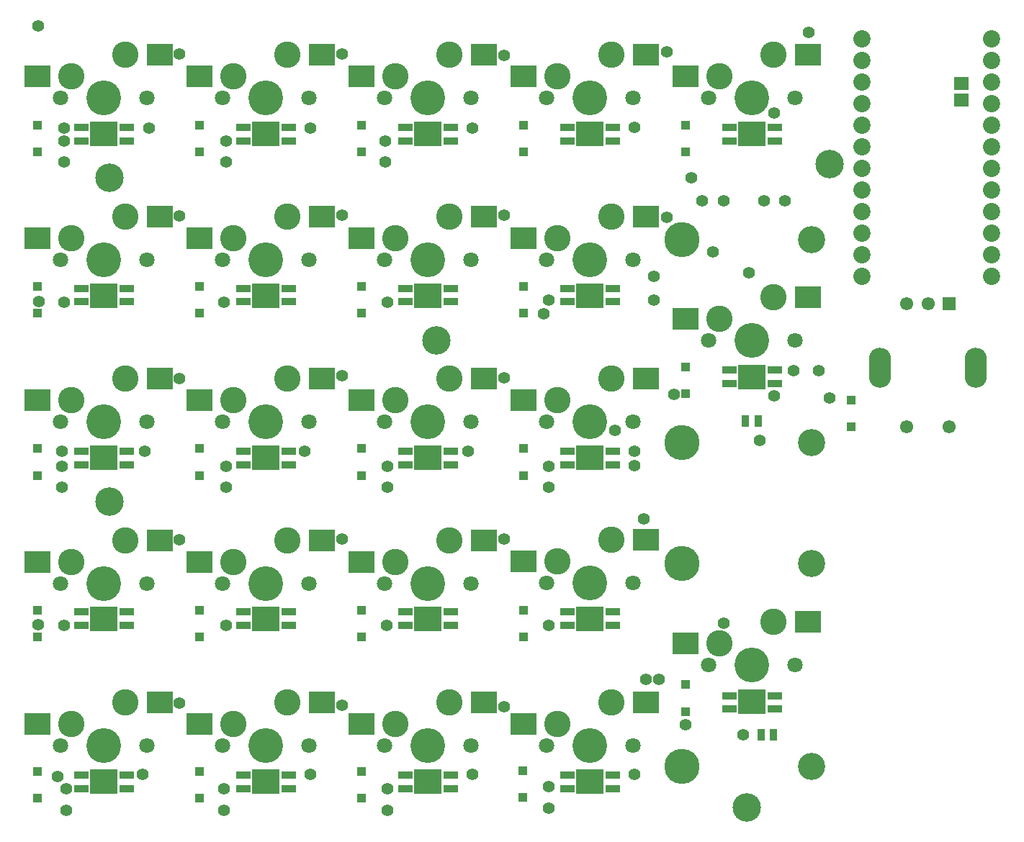
<source format=gbs>
G04*
G04 #@! TF.GenerationSoftware,Altium Limited,Altium Designer,22.0.2 (36)*
G04*
G04 Layer_Color=16711935*
%FSLAX25Y25*%
%MOIN*%
G70*
G04*
G04 #@! TF.SameCoordinates,D710C13B-DE0B-4BD4-8DFF-8B7893174C1F*
G04*
G04*
G04 #@! TF.FilePolarity,Negative*
G04*
G01*
G75*
%ADD14R,0.03740X0.05315*%
%ADD15C,0.12213*%
%ADD16C,0.07102*%
%ADD17C,0.16102*%
%ADD18R,0.13000X0.11425*%
%ADD19C,0.13189*%
%ADD20C,0.07991*%
G04:AMPARAMS|DCode=21|XSize=102.36mil|YSize=185.04mil|CornerRadius=51.18mil|HoleSize=0mil|Usage=FLASHONLY|Rotation=180.000|XOffset=0mil|YOffset=0mil|HoleType=Round|Shape=RoundedRectangle|*
%AMROUNDEDRECTD21*
21,1,0.10236,0.08268,0,0,180.0*
21,1,0.00000,0.18504,0,0,180.0*
1,1,0.10236,0.00000,0.04134*
1,1,0.10236,0.00000,0.04134*
1,1,0.10236,0.00000,-0.04134*
1,1,0.10236,0.00000,-0.04134*
%
%ADD21ROUNDEDRECTD21*%
%ADD22C,0.06102*%
%ADD23R,0.06102X0.06102*%
%ADD24C,0.16291*%
%ADD25C,0.12591*%
%ADD26C,0.05591*%
%ADD42R,0.04331X0.04134*%
%ADD43R,0.12213X0.10244*%
%ADD44R,0.06701X0.03630*%
%ADD45R,0.06693X0.06102*%
D14*
X1852953Y515354D02*
D03*
X1858858D02*
D03*
X1851831Y660687D02*
D03*
X1845925D02*
D03*
D15*
X1833850Y820402D02*
D03*
X1858850Y830402D02*
D03*
X1833850Y707835D02*
D03*
X1858850Y717835D02*
D03*
X1758878Y520433D02*
D03*
X1783878Y530433D02*
D03*
X1683878Y520433D02*
D03*
X1708878Y530433D02*
D03*
X1608878Y520433D02*
D03*
X1633878Y530433D02*
D03*
X1533878Y520433D02*
D03*
X1558878Y530433D02*
D03*
X1833850Y557579D02*
D03*
X1858850Y567579D02*
D03*
X1758878Y595492D02*
D03*
X1783878Y605492D02*
D03*
X1683878Y595433D02*
D03*
X1708878Y605433D02*
D03*
X1608878Y595433D02*
D03*
X1633878Y605433D02*
D03*
X1533878Y595433D02*
D03*
X1558878Y605433D02*
D03*
X1758878Y670335D02*
D03*
X1783878Y680335D02*
D03*
X1683878Y670335D02*
D03*
X1708878Y680335D02*
D03*
X1608878Y670335D02*
D03*
X1633878Y680335D02*
D03*
X1533878Y670335D02*
D03*
X1558878Y680335D02*
D03*
X1758878Y745433D02*
D03*
X1783878Y755433D02*
D03*
X1683878Y745433D02*
D03*
X1708878Y755433D02*
D03*
X1608878Y745433D02*
D03*
X1633878Y755433D02*
D03*
X1533878Y745433D02*
D03*
X1558878Y755433D02*
D03*
X1758878Y820402D02*
D03*
X1783878Y830402D02*
D03*
X1683878Y820402D02*
D03*
X1708878Y830402D02*
D03*
X1608878Y820402D02*
D03*
X1633878Y830402D02*
D03*
X1533878Y820402D02*
D03*
X1558878Y830402D02*
D03*
D16*
X1868850Y810402D02*
D03*
X1828850D02*
D03*
X1868850Y697835D02*
D03*
X1828850D02*
D03*
X1793878Y510433D02*
D03*
X1753878D02*
D03*
X1718878Y510433D02*
D03*
X1678878D02*
D03*
X1643878D02*
D03*
X1603878D02*
D03*
X1568878D02*
D03*
X1528878D02*
D03*
X1868850Y547579D02*
D03*
X1828850D02*
D03*
X1793878Y585492D02*
D03*
X1753878D02*
D03*
X1718878Y585433D02*
D03*
X1678878D02*
D03*
X1643878D02*
D03*
X1603878D02*
D03*
X1568878D02*
D03*
X1528878D02*
D03*
X1793878Y660335D02*
D03*
X1753878D02*
D03*
X1718878D02*
D03*
X1678878D02*
D03*
X1643878D02*
D03*
X1603878D02*
D03*
X1568878D02*
D03*
X1528878D02*
D03*
X1793878Y735433D02*
D03*
X1753878D02*
D03*
X1718878D02*
D03*
X1678878D02*
D03*
X1643878D02*
D03*
X1603878D02*
D03*
X1568878D02*
D03*
X1528878D02*
D03*
X1793878Y810402D02*
D03*
X1753878D02*
D03*
X1718878D02*
D03*
X1678878D02*
D03*
X1643878D02*
D03*
X1603878D02*
D03*
X1568878D02*
D03*
X1528878D02*
D03*
D17*
X1848850D02*
D03*
Y697835D02*
D03*
X1773878Y510433D02*
D03*
X1698878Y510433D02*
D03*
X1623878D02*
D03*
X1548878D02*
D03*
X1848850Y547579D02*
D03*
X1773878Y585492D02*
D03*
X1698878Y585433D02*
D03*
X1623878D02*
D03*
X1548878D02*
D03*
X1773878Y660335D02*
D03*
X1698878D02*
D03*
X1623878D02*
D03*
X1548878D02*
D03*
X1773878Y735433D02*
D03*
X1698878D02*
D03*
X1623878D02*
D03*
X1548878D02*
D03*
X1773878Y810402D02*
D03*
X1698878D02*
D03*
X1623878D02*
D03*
X1548878D02*
D03*
D18*
X1848878Y530503D02*
D03*
X1773878Y493799D02*
D03*
X1698878D02*
D03*
X1623878D02*
D03*
X1548878D02*
D03*
Y568857D02*
D03*
X1623878D02*
D03*
X1698878D02*
D03*
X1773878D02*
D03*
X1848878Y681060D02*
D03*
X1773878Y643692D02*
D03*
X1698878D02*
D03*
X1623878D02*
D03*
X1548878D02*
D03*
Y718793D02*
D03*
X1623878D02*
D03*
X1698878D02*
D03*
X1773878D02*
D03*
X1848878Y793762D02*
D03*
X1773878D02*
D03*
X1698878D02*
D03*
X1623878D02*
D03*
X1548878D02*
D03*
D19*
X1702756Y697835D02*
D03*
X1551575Y623228D02*
D03*
Y773402D02*
D03*
X1846365Y481527D02*
D03*
X1884842Y779528D02*
D03*
D20*
X1899606Y727638D02*
D03*
Y737638D02*
D03*
Y747638D02*
D03*
Y757638D02*
D03*
Y767638D02*
D03*
Y777638D02*
D03*
Y787638D02*
D03*
Y797638D02*
D03*
Y807638D02*
D03*
Y817638D02*
D03*
Y827638D02*
D03*
Y837638D02*
D03*
X1959606Y727638D02*
D03*
Y737638D02*
D03*
Y747638D02*
D03*
Y757638D02*
D03*
Y767638D02*
D03*
Y777638D02*
D03*
Y787638D02*
D03*
Y797638D02*
D03*
Y807638D02*
D03*
Y817638D02*
D03*
Y827638D02*
D03*
Y837638D02*
D03*
D21*
X1908268Y685433D02*
D03*
X1952362D02*
D03*
D22*
X1920472Y657874D02*
D03*
X1940158D02*
D03*
X1920472Y714961D02*
D03*
X1930315D02*
D03*
D23*
X1940158D02*
D03*
D24*
X1816378Y650705D02*
D03*
Y500705D02*
D03*
Y594705D02*
D03*
Y744705D02*
D03*
D25*
X1876378Y594705D02*
D03*
Y650705D02*
D03*
Y500705D02*
D03*
Y744705D02*
D03*
D26*
X1812697Y672835D02*
D03*
X1835630Y762795D02*
D03*
X1825787D02*
D03*
X1864173D02*
D03*
X1854331D02*
D03*
X1679134Y780512D02*
D03*
Y790354D02*
D03*
X1605315Y780512D02*
D03*
Y790354D02*
D03*
X1530512Y780512D02*
D03*
Y790354D02*
D03*
X1754921Y481299D02*
D03*
Y491142D02*
D03*
X1680118Y480315D02*
D03*
Y490158D02*
D03*
X1604331Y480315D02*
D03*
Y490158D02*
D03*
X1531496Y480315D02*
D03*
Y490158D02*
D03*
X1754921Y639764D02*
D03*
Y629921D02*
D03*
X1680118Y639764D02*
D03*
Y629921D02*
D03*
X1605315D02*
D03*
Y639764D02*
D03*
X1529528Y629921D02*
D03*
Y639764D02*
D03*
X1879921Y684055D02*
D03*
X1868110D02*
D03*
X1794465Y496945D02*
D03*
X1719380Y497057D02*
D03*
X1644488Y496844D02*
D03*
X1566929Y497047D02*
D03*
X1527559Y496063D02*
D03*
X1605315Y565945D02*
D03*
X1679921D02*
D03*
X1754921D02*
D03*
X1859252Y672244D02*
D03*
X1794465Y646745D02*
D03*
Y640041D02*
D03*
X1717520Y646654D02*
D03*
X1567913D02*
D03*
X1529528D02*
D03*
X1530512Y715551D02*
D03*
X1604331D02*
D03*
X1754921Y716535D02*
D03*
X1752378Y710433D02*
D03*
X1859252Y803150D02*
D03*
X1794465Y796709D02*
D03*
X1719380Y796404D02*
D03*
X1644488Y796353D02*
D03*
X1569882Y796260D02*
D03*
X1530512D02*
D03*
X1847441Y729331D02*
D03*
X1835630Y566929D02*
D03*
X1884842Y671260D02*
D03*
X1852362Y651575D02*
D03*
X1875197Y840551D02*
D03*
X1518504Y843701D02*
D03*
X1820866Y773228D02*
D03*
X1805906Y540945D02*
D03*
X1798819Y615354D02*
D03*
X1785433Y656299D02*
D03*
X1803543Y727559D02*
D03*
Y716535D02*
D03*
X1809449Y754816D02*
D03*
Y831496D02*
D03*
X1734252Y528346D02*
D03*
Y605905D02*
D03*
Y680709D02*
D03*
Y755905D02*
D03*
Y829921D02*
D03*
X1659055Y529134D02*
D03*
Y605905D02*
D03*
Y681496D02*
D03*
Y755905D02*
D03*
Y830709D02*
D03*
X1518504Y566142D02*
D03*
X1583858Y830709D02*
D03*
Y755512D02*
D03*
Y680315D02*
D03*
Y605512D02*
D03*
Y529921D02*
D03*
X1530512Y565945D02*
D03*
X1680118Y715551D02*
D03*
X1641732Y646654D02*
D03*
X1844882Y515354D02*
D03*
X1818110Y520079D02*
D03*
X1799606Y540945D02*
D03*
X1518878Y715840D02*
D03*
X1830709Y738976D02*
D03*
D42*
X1818110Y685728D02*
D03*
X1818110Y673327D02*
D03*
X1818228Y785335D02*
D03*
X1818228Y797736D02*
D03*
X1894882Y657972D02*
D03*
X1742913Y498721D02*
D03*
X1742913Y486319D02*
D03*
X1668228Y498327D02*
D03*
X1668228Y485925D02*
D03*
X1593228Y498327D02*
D03*
X1593228Y485925D02*
D03*
X1518228Y498327D02*
D03*
X1518228Y485925D02*
D03*
X1818110Y538484D02*
D03*
X1818110Y526083D02*
D03*
X1743228Y573032D02*
D03*
X1743228Y560630D02*
D03*
X1668228Y573032D02*
D03*
X1668228Y560630D02*
D03*
X1593228Y573032D02*
D03*
X1593228Y560630D02*
D03*
X1518228Y573032D02*
D03*
X1518228Y560630D02*
D03*
X1894882Y670374D02*
D03*
X1743228Y647835D02*
D03*
X1743228Y635433D02*
D03*
X1668228Y647835D02*
D03*
X1668228Y635433D02*
D03*
X1593228Y647835D02*
D03*
X1593228Y635433D02*
D03*
X1518228Y647835D02*
D03*
X1518228Y635433D02*
D03*
X1743228Y722933D02*
D03*
X1743228Y710532D02*
D03*
X1668228Y722933D02*
D03*
X1668228Y710532D02*
D03*
X1593228Y722933D02*
D03*
X1593228Y710532D02*
D03*
X1518228Y722933D02*
D03*
X1518228Y710532D02*
D03*
X1743228Y797736D02*
D03*
X1743228Y785335D02*
D03*
X1668228Y797736D02*
D03*
X1668228Y785335D02*
D03*
X1593228Y797736D02*
D03*
X1593228Y785335D02*
D03*
X1518228Y797736D02*
D03*
X1518228Y785335D02*
D03*
D43*
X1818142Y820402D02*
D03*
X1874835Y830402D02*
D03*
X1818142Y707835D02*
D03*
X1874835Y717835D02*
D03*
X1743169Y520433D02*
D03*
X1799862Y530433D02*
D03*
X1668169Y520433D02*
D03*
X1724862Y530433D02*
D03*
X1593169Y520433D02*
D03*
X1649862Y530433D02*
D03*
X1518169Y520433D02*
D03*
X1574862Y530433D02*
D03*
X1818142Y557579D02*
D03*
X1874835Y567579D02*
D03*
X1743169Y595492D02*
D03*
X1799862Y605492D02*
D03*
X1668169Y595433D02*
D03*
X1724862Y605433D02*
D03*
X1593169Y595433D02*
D03*
X1649862Y605433D02*
D03*
X1518169Y595433D02*
D03*
X1574862Y605433D02*
D03*
X1743169Y670335D02*
D03*
X1799862Y680335D02*
D03*
X1668169Y670335D02*
D03*
X1724862Y680335D02*
D03*
X1593169Y670335D02*
D03*
X1649862Y680335D02*
D03*
X1518169Y670335D02*
D03*
X1574862Y680335D02*
D03*
X1743169Y745433D02*
D03*
X1799862Y755433D02*
D03*
X1668169Y745433D02*
D03*
X1724862Y755433D02*
D03*
X1593169Y745433D02*
D03*
X1649862Y755433D02*
D03*
X1518169Y745433D02*
D03*
X1574862Y755433D02*
D03*
X1743169Y820402D02*
D03*
X1799862Y830402D02*
D03*
X1668169Y820402D02*
D03*
X1724862Y830402D02*
D03*
X1593169Y820402D02*
D03*
X1649862Y830402D02*
D03*
X1518169Y820402D02*
D03*
X1574862Y830402D02*
D03*
D44*
X1838445Y527156D02*
D03*
X1859311Y533456D02*
D03*
Y527156D02*
D03*
X1838445Y533456D02*
D03*
X1763445Y490453D02*
D03*
X1784311Y496752D02*
D03*
Y490453D02*
D03*
X1763445Y496752D02*
D03*
X1688445Y490453D02*
D03*
X1709311Y496752D02*
D03*
Y490453D02*
D03*
X1688445Y496752D02*
D03*
X1613445Y490453D02*
D03*
X1634311Y496752D02*
D03*
Y490453D02*
D03*
X1613445Y496752D02*
D03*
X1538445Y490453D02*
D03*
X1559311Y496752D02*
D03*
Y490453D02*
D03*
X1538445Y496752D02*
D03*
X1559311Y572204D02*
D03*
X1538445Y565905D02*
D03*
Y572204D02*
D03*
X1559311Y565905D02*
D03*
X1634311Y572204D02*
D03*
X1613445Y565905D02*
D03*
Y572204D02*
D03*
X1634311Y565905D02*
D03*
X1709311Y572204D02*
D03*
X1688445Y565905D02*
D03*
Y572204D02*
D03*
X1709311Y565905D02*
D03*
X1784311Y572204D02*
D03*
X1763445Y565905D02*
D03*
Y572204D02*
D03*
X1784311Y565905D02*
D03*
X1859311Y684406D02*
D03*
X1838445Y678107D02*
D03*
Y684406D02*
D03*
X1859311Y678107D02*
D03*
X1763445Y640346D02*
D03*
X1784311Y646645D02*
D03*
Y640346D02*
D03*
X1763445Y646645D02*
D03*
X1688445Y640346D02*
D03*
X1709311Y646645D02*
D03*
Y640346D02*
D03*
X1688445Y646645D02*
D03*
X1613445Y640346D02*
D03*
X1634311Y646645D02*
D03*
Y640346D02*
D03*
X1613445Y646645D02*
D03*
X1538445Y640346D02*
D03*
X1559311Y646645D02*
D03*
Y640346D02*
D03*
X1538445Y646645D02*
D03*
X1559311Y722140D02*
D03*
X1538445Y715840D02*
D03*
Y722140D02*
D03*
X1559311Y715840D02*
D03*
X1634311Y722140D02*
D03*
X1613445Y715840D02*
D03*
Y722140D02*
D03*
X1634311Y715840D02*
D03*
X1709311Y722140D02*
D03*
X1688445Y715840D02*
D03*
Y722140D02*
D03*
X1709311Y715840D02*
D03*
X1784311Y722140D02*
D03*
X1763445Y715840D02*
D03*
Y722140D02*
D03*
X1784311Y715840D02*
D03*
X1838445Y790416D02*
D03*
X1859311Y796715D02*
D03*
Y790416D02*
D03*
X1838445Y796715D02*
D03*
X1763445Y790416D02*
D03*
X1784311Y796715D02*
D03*
Y790416D02*
D03*
X1763445Y796715D02*
D03*
X1688445Y790416D02*
D03*
X1709311Y796715D02*
D03*
Y790416D02*
D03*
X1688445Y796715D02*
D03*
X1613445Y790416D02*
D03*
X1634311Y796715D02*
D03*
Y790416D02*
D03*
X1613445Y796715D02*
D03*
X1538445Y790416D02*
D03*
X1559311Y796715D02*
D03*
Y790416D02*
D03*
X1538445Y796715D02*
D03*
D45*
X1945669Y809449D02*
D03*
Y816929D02*
D03*
M02*

</source>
